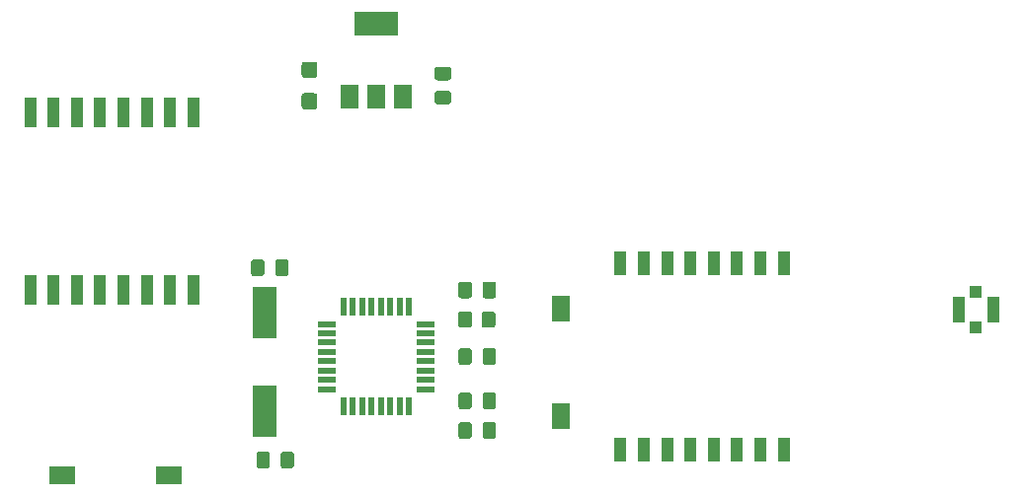
<source format=gbr>
%TF.GenerationSoftware,KiCad,Pcbnew,(5.1.9)-1*%
%TF.CreationDate,2021-09-13T16:04:34+07:00*%
%TF.ProjectId,Nano X ESP V3,4e616e6f-2058-4204-9553-502056332e6b,rev?*%
%TF.SameCoordinates,Original*%
%TF.FileFunction,Paste,Top*%
%TF.FilePolarity,Positive*%
%FSLAX46Y46*%
G04 Gerber Fmt 4.6, Leading zero omitted, Abs format (unit mm)*
G04 Created by KiCad (PCBNEW (5.1.9)-1) date 2021-09-13 16:04:34*
%MOMM*%
%LPD*%
G01*
G04 APERTURE LIST*
%ADD10R,1.000000X2.500000*%
%ADD11R,3.800000X2.000000*%
%ADD12R,1.500000X2.000000*%
%ADD13R,1.000000X2.000000*%
%ADD14R,1.600000X0.550000*%
%ADD15R,0.550000X1.600000*%
%ADD16R,1.600000X2.180000*%
%ADD17R,2.180000X1.600000*%
%ADD18R,1.050000X2.200000*%
%ADD19R,1.000000X1.000000*%
%ADD20R,2.000000X4.500000*%
G04 APERTURE END LIST*
D10*
%TO.C,U3*%
X108765000Y-108605000D03*
X110765000Y-108605000D03*
X112765000Y-108605000D03*
X114765000Y-108605000D03*
X116765000Y-108605000D03*
X118765000Y-108605000D03*
X120765000Y-108605000D03*
X122765000Y-108605000D03*
X122765000Y-123805000D03*
X120765000Y-123805000D03*
X118765000Y-123805000D03*
X116765000Y-123805000D03*
X114765000Y-123805000D03*
X112765000Y-123805000D03*
X110765000Y-123805000D03*
X108765000Y-123805000D03*
%TD*%
%TO.C,C4*%
G36*
G01*
X144620000Y-107902500D02*
X143670000Y-107902500D01*
G75*
G02*
X143420000Y-107652500I0J250000D01*
G01*
X143420000Y-106977500D01*
G75*
G02*
X143670000Y-106727500I250000J0D01*
G01*
X144620000Y-106727500D01*
G75*
G02*
X144870000Y-106977500I0J-250000D01*
G01*
X144870000Y-107652500D01*
G75*
G02*
X144620000Y-107902500I-250000J0D01*
G01*
G37*
G36*
G01*
X144620000Y-105827500D02*
X143670000Y-105827500D01*
G75*
G02*
X143420000Y-105577500I0J250000D01*
G01*
X143420000Y-104902500D01*
G75*
G02*
X143670000Y-104652500I250000J0D01*
G01*
X144620000Y-104652500D01*
G75*
G02*
X144870000Y-104902500I0J-250000D01*
G01*
X144870000Y-105577500D01*
G75*
G02*
X144620000Y-105827500I-250000J0D01*
G01*
G37*
%TD*%
D11*
%TO.C,U1*%
X138430000Y-100965000D03*
D12*
X138430000Y-107265000D03*
X140730000Y-107265000D03*
X136130000Y-107265000D03*
%TD*%
%TO.C,R1*%
G36*
G01*
X146650000Y-125914999D02*
X146650000Y-126815001D01*
G75*
G02*
X146400001Y-127065000I-249999J0D01*
G01*
X145699999Y-127065000D01*
G75*
G02*
X145450000Y-126815001I0J249999D01*
G01*
X145450000Y-125914999D01*
G75*
G02*
X145699999Y-125665000I249999J0D01*
G01*
X146400001Y-125665000D01*
G75*
G02*
X146650000Y-125914999I0J-249999D01*
G01*
G37*
G36*
G01*
X148650000Y-125914999D02*
X148650000Y-126815001D01*
G75*
G02*
X148400001Y-127065000I-249999J0D01*
G01*
X147699999Y-127065000D01*
G75*
G02*
X147450000Y-126815001I0J249999D01*
G01*
X147450000Y-125914999D01*
G75*
G02*
X147699999Y-125665000I249999J0D01*
G01*
X148400001Y-125665000D01*
G75*
G02*
X148650000Y-125914999I0J-249999D01*
G01*
G37*
%TD*%
D13*
%TO.C,U4*%
X159370000Y-121540000D03*
X161370000Y-121540000D03*
X163370000Y-121540000D03*
X165370000Y-121540000D03*
X167370000Y-121540000D03*
X169370000Y-121540000D03*
X171370000Y-121540000D03*
X173370000Y-121540000D03*
X173370000Y-137540000D03*
X171370000Y-137540000D03*
X169370000Y-137540000D03*
X167370000Y-137540000D03*
X165370000Y-137540000D03*
X163370000Y-137540000D03*
X161370000Y-137540000D03*
X159370000Y-137540000D03*
%TD*%
%TO.C,C2*%
G36*
G01*
X128147500Y-138905000D02*
X128147500Y-137955000D01*
G75*
G02*
X128397500Y-137705000I250000J0D01*
G01*
X129072500Y-137705000D01*
G75*
G02*
X129322500Y-137955000I0J-250000D01*
G01*
X129322500Y-138905000D01*
G75*
G02*
X129072500Y-139155000I-250000J0D01*
G01*
X128397500Y-139155000D01*
G75*
G02*
X128147500Y-138905000I0J250000D01*
G01*
G37*
G36*
G01*
X130222500Y-138905000D02*
X130222500Y-137955000D01*
G75*
G02*
X130472500Y-137705000I250000J0D01*
G01*
X131147500Y-137705000D01*
G75*
G02*
X131397500Y-137955000I0J-250000D01*
G01*
X131397500Y-138905000D01*
G75*
G02*
X131147500Y-139155000I-250000J0D01*
G01*
X130472500Y-139155000D01*
G75*
G02*
X130222500Y-138905000I0J250000D01*
G01*
G37*
%TD*%
%TO.C,C1*%
G36*
G01*
X148712500Y-123350000D02*
X148712500Y-124300000D01*
G75*
G02*
X148462500Y-124550000I-250000J0D01*
G01*
X147787500Y-124550000D01*
G75*
G02*
X147537500Y-124300000I0J250000D01*
G01*
X147537500Y-123350000D01*
G75*
G02*
X147787500Y-123100000I250000J0D01*
G01*
X148462500Y-123100000D01*
G75*
G02*
X148712500Y-123350000I0J-250000D01*
G01*
G37*
G36*
G01*
X146637500Y-123350000D02*
X146637500Y-124300000D01*
G75*
G02*
X146387500Y-124550000I-250000J0D01*
G01*
X145712500Y-124550000D01*
G75*
G02*
X145462500Y-124300000I0J250000D01*
G01*
X145462500Y-123350000D01*
G75*
G02*
X145712500Y-123100000I250000J0D01*
G01*
X146387500Y-123100000D01*
G75*
G02*
X146637500Y-123350000I0J-250000D01*
G01*
G37*
%TD*%
%TO.C,C3*%
G36*
G01*
X128857500Y-121445000D02*
X128857500Y-122395000D01*
G75*
G02*
X128607500Y-122645000I-250000J0D01*
G01*
X127932500Y-122645000D01*
G75*
G02*
X127682500Y-122395000I0J250000D01*
G01*
X127682500Y-121445000D01*
G75*
G02*
X127932500Y-121195000I250000J0D01*
G01*
X128607500Y-121195000D01*
G75*
G02*
X128857500Y-121445000I0J-250000D01*
G01*
G37*
G36*
G01*
X130932500Y-121445000D02*
X130932500Y-122395000D01*
G75*
G02*
X130682500Y-122645000I-250000J0D01*
G01*
X130007500Y-122645000D01*
G75*
G02*
X129757500Y-122395000I0J250000D01*
G01*
X129757500Y-121445000D01*
G75*
G02*
X130007500Y-121195000I250000J0D01*
G01*
X130682500Y-121195000D01*
G75*
G02*
X130932500Y-121445000I0J-250000D01*
G01*
G37*
%TD*%
%TO.C,C5*%
G36*
G01*
X147537500Y-130015000D02*
X147537500Y-129065000D01*
G75*
G02*
X147787500Y-128815000I250000J0D01*
G01*
X148462500Y-128815000D01*
G75*
G02*
X148712500Y-129065000I0J-250000D01*
G01*
X148712500Y-130015000D01*
G75*
G02*
X148462500Y-130265000I-250000J0D01*
G01*
X147787500Y-130265000D01*
G75*
G02*
X147537500Y-130015000I0J250000D01*
G01*
G37*
G36*
G01*
X145462500Y-130015000D02*
X145462500Y-129065000D01*
G75*
G02*
X145712500Y-128815000I250000J0D01*
G01*
X146387500Y-128815000D01*
G75*
G02*
X146637500Y-129065000I0J-250000D01*
G01*
X146637500Y-130015000D01*
G75*
G02*
X146387500Y-130265000I-250000J0D01*
G01*
X145712500Y-130265000D01*
G75*
G02*
X145462500Y-130015000I0J250000D01*
G01*
G37*
%TD*%
D14*
%TO.C,U2*%
X134180000Y-126740000D03*
X134180000Y-127540000D03*
X134180000Y-128340000D03*
X134180000Y-129140000D03*
X134180000Y-129940000D03*
X134180000Y-130740000D03*
X134180000Y-131540000D03*
X134180000Y-132340000D03*
D15*
X135630000Y-133790000D03*
X136430000Y-133790000D03*
X137230000Y-133790000D03*
X138030000Y-133790000D03*
X138830000Y-133790000D03*
X139630000Y-133790000D03*
X140430000Y-133790000D03*
X141230000Y-133790000D03*
D14*
X142680000Y-132340000D03*
X142680000Y-131540000D03*
X142680000Y-130740000D03*
X142680000Y-129940000D03*
X142680000Y-129140000D03*
X142680000Y-128340000D03*
X142680000Y-127540000D03*
X142680000Y-126740000D03*
D15*
X141230000Y-125290000D03*
X140430000Y-125290000D03*
X139630000Y-125290000D03*
X138830000Y-125290000D03*
X138030000Y-125290000D03*
X137230000Y-125290000D03*
X136430000Y-125290000D03*
X135630000Y-125290000D03*
%TD*%
D16*
%TO.C,SW1*%
X154305000Y-125440000D03*
X154305000Y-134620000D03*
%TD*%
D17*
%TO.C,SW2*%
X120650000Y-139700000D03*
X111470000Y-139700000D03*
%TD*%
D18*
%TO.C,AE1*%
X191340000Y-125525000D03*
X188390000Y-125525000D03*
D19*
X189865000Y-127025000D03*
X189865000Y-124025000D03*
%TD*%
%TO.C,C7*%
G36*
G01*
X145462500Y-136365000D02*
X145462500Y-135415000D01*
G75*
G02*
X145712500Y-135165000I250000J0D01*
G01*
X146387500Y-135165000D01*
G75*
G02*
X146637500Y-135415000I0J-250000D01*
G01*
X146637500Y-136365000D01*
G75*
G02*
X146387500Y-136615000I-250000J0D01*
G01*
X145712500Y-136615000D01*
G75*
G02*
X145462500Y-136365000I0J250000D01*
G01*
G37*
G36*
G01*
X147537500Y-136365000D02*
X147537500Y-135415000D01*
G75*
G02*
X147787500Y-135165000I250000J0D01*
G01*
X148462500Y-135165000D01*
G75*
G02*
X148712500Y-135415000I0J-250000D01*
G01*
X148712500Y-136365000D01*
G75*
G02*
X148462500Y-136615000I-250000J0D01*
G01*
X147787500Y-136615000D01*
G75*
G02*
X147537500Y-136365000I0J250000D01*
G01*
G37*
%TD*%
%TO.C,C8*%
G36*
G01*
X145462500Y-133825000D02*
X145462500Y-132875000D01*
G75*
G02*
X145712500Y-132625000I250000J0D01*
G01*
X146387500Y-132625000D01*
G75*
G02*
X146637500Y-132875000I0J-250000D01*
G01*
X146637500Y-133825000D01*
G75*
G02*
X146387500Y-134075000I-250000J0D01*
G01*
X145712500Y-134075000D01*
G75*
G02*
X145462500Y-133825000I0J250000D01*
G01*
G37*
G36*
G01*
X147537500Y-133825000D02*
X147537500Y-132875000D01*
G75*
G02*
X147787500Y-132625000I250000J0D01*
G01*
X148462500Y-132625000D01*
G75*
G02*
X148712500Y-132875000I0J-250000D01*
G01*
X148712500Y-133825000D01*
G75*
G02*
X148462500Y-134075000I-250000J0D01*
G01*
X147787500Y-134075000D01*
G75*
G02*
X147537500Y-133825000I0J250000D01*
G01*
G37*
%TD*%
D20*
%TO.C,Y1*%
X128905000Y-134230000D03*
X128905000Y-125730000D03*
%TD*%
%TO.C,C6*%
G36*
G01*
X132289999Y-104227500D02*
X133140001Y-104227500D01*
G75*
G02*
X133390000Y-104477499I0J-249999D01*
G01*
X133390000Y-105377501D01*
G75*
G02*
X133140001Y-105627500I-249999J0D01*
G01*
X132289999Y-105627500D01*
G75*
G02*
X132040000Y-105377501I0J249999D01*
G01*
X132040000Y-104477499D01*
G75*
G02*
X132289999Y-104227500I249999J0D01*
G01*
G37*
G36*
G01*
X132289999Y-106927500D02*
X133140001Y-106927500D01*
G75*
G02*
X133390000Y-107177499I0J-249999D01*
G01*
X133390000Y-108077501D01*
G75*
G02*
X133140001Y-108327500I-249999J0D01*
G01*
X132289999Y-108327500D01*
G75*
G02*
X132040000Y-108077501I0J249999D01*
G01*
X132040000Y-107177499D01*
G75*
G02*
X132289999Y-106927500I249999J0D01*
G01*
G37*
%TD*%
M02*

</source>
